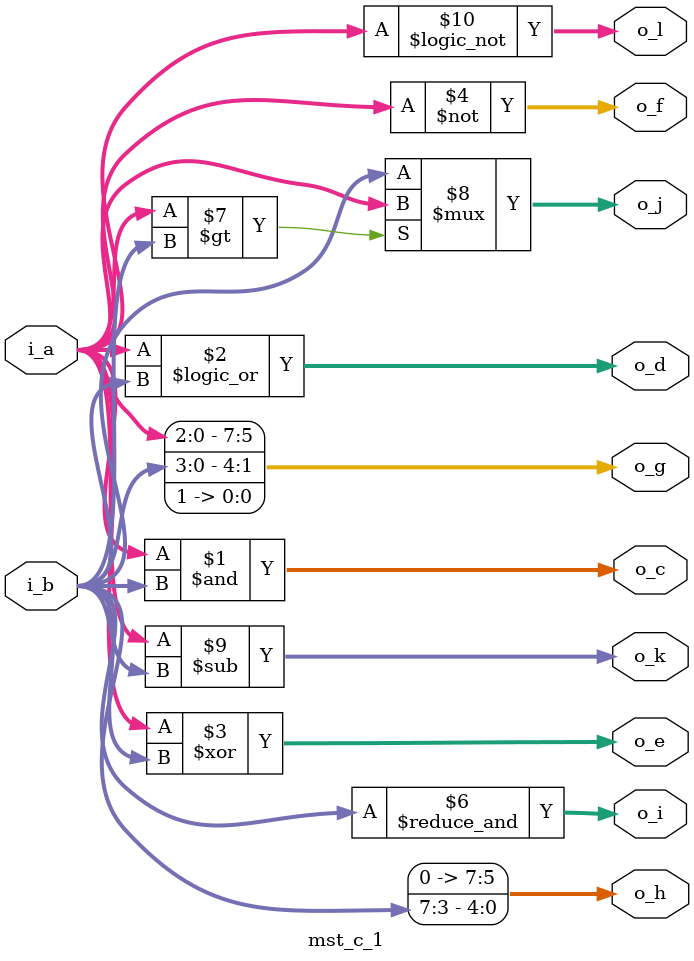
<source format=v>
module mst_c_1(
    input  [7 : 0] i_a,
    input  [7 : 0] i_b,
    output [7 : 0] o_c,
    output [7 : 0] o_d,
    output [7 : 0] o_e,
    output [7 : 0] o_f,
    output [7 : 0] o_g,
    output [7 : 0] o_h,
    output [7 : 0] o_i,
    output [7 : 0] o_j,
    output [7 : 0] o_k,
    output [7 : 0] o_l
);

    assign o_c = i_a & i_b;
    assign o_d = i_a || i_b;
    assign o_e = i_a ^ i_b;
    assign o_f = ~i_a;
    assign o_g = {i_a[2 : 0], i_b[3 : 0], {1'b1}};
    assign o_h = i_b >>> 3;
    assign o_i = &i_b;
    assign o_j = (i_a > i_b) ? i_a : i_b;
    assign o_k = i_a - i_b;
    assign o_l = !i_a;

endmodule

</source>
